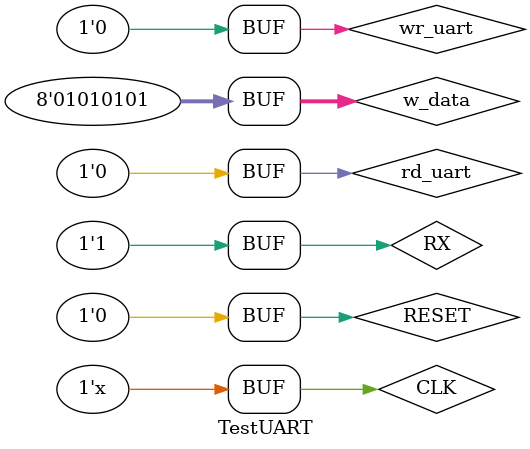
<source format=v>
`timescale 1ns / 1ps


module TestUART;

	// Inputs
	reg CLK;
	reg RESET;
	reg rd_uart;
	reg wr_uart;
	reg RX;
	reg [7:0] w_data;

	// Outputs
	wire tx_full;
	wire rx_empty;
	wire tx;
	wire [7:0] r_data;

	// Instantiate the Unit Under Test (UUT)
	UART uut (
		.CLK(CLK), 
		.RESET(RESET), 
		.rd_uart(rd_uart), 
		.wr_uart(wr_uart), 
		.rx(RX), 
		.w_data(w_data), 
		.tx_full(tx_full), 
		.rx_empty(rx_empty), 
		.tx(tx), 
		.r_data(r_data)
	);

	initial begin
		// Initialize Inputs
		CLK = 0;
		RESET = 1;
		rd_uart = 0;
		wr_uart = 0;
		RX = 1;
		w_data = 0;

		// Wait 100 ns for global reset to finish
		#100;
		RESET=0;
		
		w_data = 8'b01010101;
		#1 
		wr_uart = 1;
		#2
		wr_uart = 0;
		
				#100;
		RX=0;			//bit de inicio
		
		
		#5226
		RX = 1;
		#5226 
		RX = 0;
		#5226 
		RX = 1;
		#5226 
		RX = 0;
		#5226 
		RX = 1;
		#5226 
		RX = 0;
		#5226 
		RX = 1;
		#5226 
		RX = 0;
		
		#5226 
		RX = 1;
		
		
		
				#5226;
		RX=0;			//bit de inicio
		
		
		#5226
		RX = 1;
		#5226 
		RX = 1;
		#5226 
		RX = 1;
		#5226 
		RX = 1;
		#5226 
		RX = 1;
		#5226 
		RX = 0;
		#5226 
		RX = 1;
		#5226 
		RX = 0;
		
		#5226 
		RX = 1;
		
		#100000
		rd_uart =1;
		#2
		rd_uart = 0;
        
		// Add stimulus here

	end
	
	always	begin
	#1
	CLK=~CLK;
	end
      
endmodule


</source>
